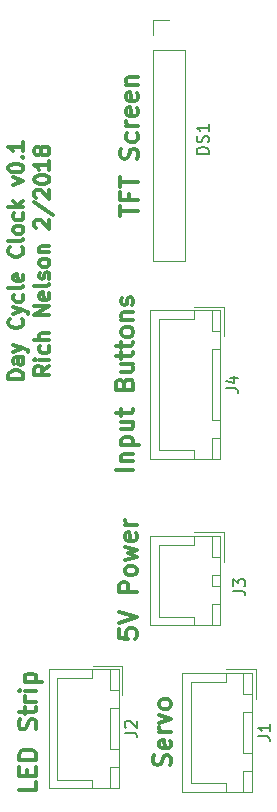
<source format=gto>
G04 #@! TF.GenerationSoftware,KiCad,Pcbnew,(2018-01-30 revision 342197bb3)-makepkg*
G04 #@! TF.CreationDate,2018-02-10T00:50:16-05:00*
G04 #@! TF.ProjectId,DayClock Circuit,446179436C6F636B2043697263756974,rev?*
G04 #@! TF.SameCoordinates,Original*
G04 #@! TF.FileFunction,Legend,Top*
G04 #@! TF.FilePolarity,Positive*
%FSLAX46Y46*%
G04 Gerber Fmt 4.6, Leading zero omitted, Abs format (unit mm)*
G04 Created by KiCad (PCBNEW (2018-01-30 revision 342197bb3)-makepkg) date 02/10/18 00:50:16*
%MOMM*%
%LPD*%
G01*
G04 APERTURE LIST*
%ADD10C,0.300000*%
%ADD11C,0.120000*%
%ADD12C,0.150000*%
G04 APERTURE END LIST*
D10*
X2572023Y-31678571D02*
X1302023Y-31678571D01*
X1302023Y-31376190D01*
X1362499Y-31194761D01*
X1483452Y-31073809D01*
X1604404Y-31013333D01*
X1846309Y-30952857D01*
X2027738Y-30952857D01*
X2269642Y-31013333D01*
X2390595Y-31073809D01*
X2511547Y-31194761D01*
X2572023Y-31376190D01*
X2572023Y-31678571D01*
X2572023Y-29864285D02*
X1906785Y-29864285D01*
X1785833Y-29924761D01*
X1725357Y-30045714D01*
X1725357Y-30287619D01*
X1785833Y-30408571D01*
X2511547Y-29864285D02*
X2572023Y-29985238D01*
X2572023Y-30287619D01*
X2511547Y-30408571D01*
X2390595Y-30469047D01*
X2269642Y-30469047D01*
X2148690Y-30408571D01*
X2088214Y-30287619D01*
X2088214Y-29985238D01*
X2027738Y-29864285D01*
X1725357Y-29380476D02*
X2572023Y-29078095D01*
X1725357Y-28775714D02*
X2572023Y-29078095D01*
X2874404Y-29199047D01*
X2934880Y-29259523D01*
X2995357Y-29380476D01*
X2451071Y-26598571D02*
X2511547Y-26659047D01*
X2572023Y-26840476D01*
X2572023Y-26961428D01*
X2511547Y-27142857D01*
X2390595Y-27263809D01*
X2269642Y-27324285D01*
X2027738Y-27384761D01*
X1846309Y-27384761D01*
X1604404Y-27324285D01*
X1483452Y-27263809D01*
X1362499Y-27142857D01*
X1302023Y-26961428D01*
X1302023Y-26840476D01*
X1362499Y-26659047D01*
X1422976Y-26598571D01*
X1725357Y-26175238D02*
X2572023Y-25872857D01*
X1725357Y-25570476D02*
X2572023Y-25872857D01*
X2874404Y-25993809D01*
X2934880Y-26054285D01*
X2995357Y-26175238D01*
X2511547Y-24542380D02*
X2572023Y-24663333D01*
X2572023Y-24905238D01*
X2511547Y-25026190D01*
X2451071Y-25086666D01*
X2330119Y-25147142D01*
X1967261Y-25147142D01*
X1846309Y-25086666D01*
X1785833Y-25026190D01*
X1725357Y-24905238D01*
X1725357Y-24663333D01*
X1785833Y-24542380D01*
X2572023Y-23816666D02*
X2511547Y-23937619D01*
X2390595Y-23998095D01*
X1302023Y-23998095D01*
X2511547Y-22849047D02*
X2572023Y-22970000D01*
X2572023Y-23211904D01*
X2511547Y-23332857D01*
X2390595Y-23393333D01*
X1906785Y-23393333D01*
X1785833Y-23332857D01*
X1725357Y-23211904D01*
X1725357Y-22970000D01*
X1785833Y-22849047D01*
X1906785Y-22788571D01*
X2027738Y-22788571D01*
X2148690Y-23393333D01*
X2451071Y-20550952D02*
X2511547Y-20611428D01*
X2572023Y-20792857D01*
X2572023Y-20913809D01*
X2511547Y-21095238D01*
X2390595Y-21216190D01*
X2269642Y-21276666D01*
X2027738Y-21337142D01*
X1846309Y-21337142D01*
X1604404Y-21276666D01*
X1483452Y-21216190D01*
X1362500Y-21095238D01*
X1302023Y-20913809D01*
X1302023Y-20792857D01*
X1362500Y-20611428D01*
X1422976Y-20550952D01*
X2572023Y-19825238D02*
X2511547Y-19946190D01*
X2390595Y-20006666D01*
X1302023Y-20006666D01*
X2572023Y-19160000D02*
X2511547Y-19280952D01*
X2451071Y-19341428D01*
X2330119Y-19401904D01*
X1967261Y-19401904D01*
X1846309Y-19341428D01*
X1785833Y-19280952D01*
X1725357Y-19160000D01*
X1725357Y-18978571D01*
X1785833Y-18857619D01*
X1846309Y-18797142D01*
X1967261Y-18736666D01*
X2330119Y-18736666D01*
X2451071Y-18797142D01*
X2511547Y-18857619D01*
X2572023Y-18978571D01*
X2572023Y-19160000D01*
X2511547Y-17648095D02*
X2572023Y-17769047D01*
X2572023Y-18010952D01*
X2511547Y-18131904D01*
X2451071Y-18192380D01*
X2330119Y-18252857D01*
X1967261Y-18252857D01*
X1846309Y-18192380D01*
X1785833Y-18131904D01*
X1725357Y-18010952D01*
X1725357Y-17769047D01*
X1785833Y-17648095D01*
X2572023Y-17103809D02*
X1302023Y-17103809D01*
X2088214Y-16982857D02*
X2572023Y-16620000D01*
X1725357Y-16620000D02*
X2209166Y-17103809D01*
X1725357Y-15229047D02*
X2572023Y-14926666D01*
X1725357Y-14624285D01*
X1302023Y-13898571D02*
X1302023Y-13777619D01*
X1362500Y-13656666D01*
X1422976Y-13596190D01*
X1543928Y-13535714D01*
X1785833Y-13475238D01*
X2088214Y-13475238D01*
X2330119Y-13535714D01*
X2451071Y-13596190D01*
X2511547Y-13656666D01*
X2572023Y-13777619D01*
X2572023Y-13898571D01*
X2511547Y-14019523D01*
X2451071Y-14080000D01*
X2330119Y-14140476D01*
X2088214Y-14200952D01*
X1785833Y-14200952D01*
X1543928Y-14140476D01*
X1422976Y-14080000D01*
X1362500Y-14019523D01*
X1302023Y-13898571D01*
X2451071Y-12930952D02*
X2511547Y-12870476D01*
X2572023Y-12930952D01*
X2511547Y-12991428D01*
X2451071Y-12930952D01*
X2572023Y-12930952D01*
X2572023Y-11660952D02*
X2572023Y-12386666D01*
X2572023Y-12023809D02*
X1302023Y-12023809D01*
X1483452Y-12144761D01*
X1604404Y-12265714D01*
X1664880Y-12386666D01*
X4777023Y-30590000D02*
X4172261Y-31013333D01*
X4777023Y-31315714D02*
X3507023Y-31315714D01*
X3507023Y-30831904D01*
X3567499Y-30710952D01*
X3627976Y-30650476D01*
X3748928Y-30590000D01*
X3930357Y-30590000D01*
X4051309Y-30650476D01*
X4111785Y-30710952D01*
X4172261Y-30831904D01*
X4172261Y-31315714D01*
X4777023Y-30045714D02*
X3930357Y-30045714D01*
X3507023Y-30045714D02*
X3567499Y-30106190D01*
X3627976Y-30045714D01*
X3567499Y-29985238D01*
X3507023Y-30045714D01*
X3627976Y-30045714D01*
X4716547Y-28896666D02*
X4777023Y-29017619D01*
X4777023Y-29259523D01*
X4716547Y-29380476D01*
X4656071Y-29440952D01*
X4535119Y-29501428D01*
X4172261Y-29501428D01*
X4051309Y-29440952D01*
X3990833Y-29380476D01*
X3930357Y-29259523D01*
X3930357Y-29017619D01*
X3990833Y-28896666D01*
X4777023Y-28352380D02*
X3507023Y-28352380D01*
X4777023Y-27808095D02*
X4111785Y-27808095D01*
X3990833Y-27868571D01*
X3930357Y-27989523D01*
X3930357Y-28170952D01*
X3990833Y-28291904D01*
X4051309Y-28352380D01*
X4777023Y-26235714D02*
X3507023Y-26235714D01*
X4777023Y-25510000D01*
X3507023Y-25510000D01*
X4716547Y-24421428D02*
X4777023Y-24542380D01*
X4777023Y-24784285D01*
X4716547Y-24905238D01*
X4595595Y-24965714D01*
X4111785Y-24965714D01*
X3990833Y-24905238D01*
X3930357Y-24784285D01*
X3930357Y-24542380D01*
X3990833Y-24421428D01*
X4111785Y-24360952D01*
X4232738Y-24360952D01*
X4353690Y-24965714D01*
X4777023Y-23635238D02*
X4716547Y-23756190D01*
X4595595Y-23816666D01*
X3507023Y-23816666D01*
X4716547Y-23211904D02*
X4777023Y-23090952D01*
X4777023Y-22849047D01*
X4716547Y-22728095D01*
X4595595Y-22667619D01*
X4535119Y-22667619D01*
X4414166Y-22728095D01*
X4353690Y-22849047D01*
X4353690Y-23030476D01*
X4293214Y-23151428D01*
X4172261Y-23211904D01*
X4111785Y-23211904D01*
X3990833Y-23151428D01*
X3930357Y-23030476D01*
X3930357Y-22849047D01*
X3990833Y-22728095D01*
X4777023Y-21941904D02*
X4716547Y-22062857D01*
X4656071Y-22123333D01*
X4535119Y-22183809D01*
X4172261Y-22183809D01*
X4051309Y-22123333D01*
X3990833Y-22062857D01*
X3930357Y-21941904D01*
X3930357Y-21760476D01*
X3990833Y-21639523D01*
X4051309Y-21579047D01*
X4172261Y-21518571D01*
X4535119Y-21518571D01*
X4656071Y-21579047D01*
X4716547Y-21639523D01*
X4777023Y-21760476D01*
X4777023Y-21941904D01*
X3930357Y-20974285D02*
X4777023Y-20974285D01*
X4051309Y-20974285D02*
X3990833Y-20913809D01*
X3930357Y-20792857D01*
X3930357Y-20611428D01*
X3990833Y-20490476D01*
X4111785Y-20430000D01*
X4777023Y-20430000D01*
X3627976Y-18918095D02*
X3567500Y-18857619D01*
X3507023Y-18736666D01*
X3507023Y-18434285D01*
X3567500Y-18313333D01*
X3627976Y-18252857D01*
X3748928Y-18192380D01*
X3869880Y-18192380D01*
X4051309Y-18252857D01*
X4777023Y-18978571D01*
X4777023Y-18192380D01*
X3446547Y-16740952D02*
X5079404Y-17829523D01*
X3627976Y-16378095D02*
X3567500Y-16317619D01*
X3507023Y-16196666D01*
X3507023Y-15894285D01*
X3567500Y-15773333D01*
X3627976Y-15712857D01*
X3748928Y-15652380D01*
X3869880Y-15652380D01*
X4051309Y-15712857D01*
X4777023Y-16438571D01*
X4777023Y-15652380D01*
X3507023Y-14866190D02*
X3507023Y-14745238D01*
X3567500Y-14624285D01*
X3627976Y-14563809D01*
X3748928Y-14503333D01*
X3990833Y-14442857D01*
X4293214Y-14442857D01*
X4535119Y-14503333D01*
X4656071Y-14563809D01*
X4716547Y-14624285D01*
X4777023Y-14745238D01*
X4777023Y-14866190D01*
X4716547Y-14987142D01*
X4656071Y-15047619D01*
X4535119Y-15108095D01*
X4293214Y-15168571D01*
X3990833Y-15168571D01*
X3748928Y-15108095D01*
X3627976Y-15047619D01*
X3567500Y-14987142D01*
X3507023Y-14866190D01*
X4777023Y-13233333D02*
X4777023Y-13959047D01*
X4777023Y-13596190D02*
X3507023Y-13596190D01*
X3688452Y-13717142D01*
X3809404Y-13838095D01*
X3869880Y-13959047D01*
X4051309Y-12507619D02*
X3990833Y-12628571D01*
X3930357Y-12689047D01*
X3809404Y-12749523D01*
X3748928Y-12749523D01*
X3627976Y-12689047D01*
X3567500Y-12628571D01*
X3507023Y-12507619D01*
X3507023Y-12265714D01*
X3567500Y-12144761D01*
X3627976Y-12084285D01*
X3748928Y-12023809D01*
X3809404Y-12023809D01*
X3930357Y-12084285D01*
X3990833Y-12144761D01*
X4051309Y-12265714D01*
X4051309Y-12507619D01*
X4111785Y-12628571D01*
X4172261Y-12689047D01*
X4293214Y-12749523D01*
X4535119Y-12749523D01*
X4656071Y-12689047D01*
X4716547Y-12628571D01*
X4777023Y-12507619D01*
X4777023Y-12265714D01*
X4716547Y-12144761D01*
X4656071Y-12084285D01*
X4535119Y-12023809D01*
X4293214Y-12023809D01*
X4172261Y-12084285D01*
X4111785Y-12144761D01*
X4051309Y-12265714D01*
X3678571Y-65778571D02*
X3678571Y-66492857D01*
X2178571Y-66492857D01*
X2892857Y-65278571D02*
X2892857Y-64778571D01*
X3678571Y-64564285D02*
X3678571Y-65278571D01*
X2178571Y-65278571D01*
X2178571Y-64564285D01*
X3678571Y-63921428D02*
X2178571Y-63921428D01*
X2178571Y-63564285D01*
X2250000Y-63350000D01*
X2392857Y-63207142D01*
X2535714Y-63135714D01*
X2821428Y-63064285D01*
X3035714Y-63064285D01*
X3321428Y-63135714D01*
X3464285Y-63207142D01*
X3607142Y-63350000D01*
X3678571Y-63564285D01*
X3678571Y-63921428D01*
X3607142Y-61350000D02*
X3678571Y-61135714D01*
X3678571Y-60778571D01*
X3607142Y-60635714D01*
X3535714Y-60564285D01*
X3392857Y-60492857D01*
X3250000Y-60492857D01*
X3107142Y-60564285D01*
X3035714Y-60635714D01*
X2964285Y-60778571D01*
X2892857Y-61064285D01*
X2821428Y-61207142D01*
X2750000Y-61278571D01*
X2607142Y-61350000D01*
X2464285Y-61350000D01*
X2321428Y-61278571D01*
X2250000Y-61207142D01*
X2178571Y-61064285D01*
X2178571Y-60707142D01*
X2250000Y-60492857D01*
X2678571Y-60064285D02*
X2678571Y-59492857D01*
X2178571Y-59850000D02*
X3464285Y-59850000D01*
X3607142Y-59778571D01*
X3678571Y-59635714D01*
X3678571Y-59492857D01*
X3678571Y-58992857D02*
X2678571Y-58992857D01*
X2964285Y-58992857D02*
X2821428Y-58921428D01*
X2750000Y-58850000D01*
X2678571Y-58707142D01*
X2678571Y-58564285D01*
X3678571Y-58064285D02*
X2678571Y-58064285D01*
X2178571Y-58064285D02*
X2250000Y-58135714D01*
X2321428Y-58064285D01*
X2250000Y-57992857D01*
X2178571Y-58064285D01*
X2321428Y-58064285D01*
X2678571Y-57350000D02*
X4178571Y-57350000D01*
X2750000Y-57350000D02*
X2678571Y-57207142D01*
X2678571Y-56921428D01*
X2750000Y-56778571D01*
X2821428Y-56707142D01*
X2964285Y-56635714D01*
X3392857Y-56635714D01*
X3535714Y-56707142D01*
X3607142Y-56778571D01*
X3678571Y-56921428D01*
X3678571Y-57207142D01*
X3607142Y-57350000D01*
X15007142Y-64385714D02*
X15078571Y-64171428D01*
X15078571Y-63814285D01*
X15007142Y-63671428D01*
X14935714Y-63600000D01*
X14792857Y-63528571D01*
X14650000Y-63528571D01*
X14507142Y-63600000D01*
X14435714Y-63671428D01*
X14364285Y-63814285D01*
X14292857Y-64100000D01*
X14221428Y-64242857D01*
X14150000Y-64314285D01*
X14007142Y-64385714D01*
X13864285Y-64385714D01*
X13721428Y-64314285D01*
X13650000Y-64242857D01*
X13578571Y-64100000D01*
X13578571Y-63742857D01*
X13650000Y-63528571D01*
X15007142Y-62314285D02*
X15078571Y-62457142D01*
X15078571Y-62742857D01*
X15007142Y-62885714D01*
X14864285Y-62957142D01*
X14292857Y-62957142D01*
X14150000Y-62885714D01*
X14078571Y-62742857D01*
X14078571Y-62457142D01*
X14150000Y-62314285D01*
X14292857Y-62242857D01*
X14435714Y-62242857D01*
X14578571Y-62957142D01*
X15078571Y-61600000D02*
X14078571Y-61600000D01*
X14364285Y-61600000D02*
X14221428Y-61528571D01*
X14150000Y-61457142D01*
X14078571Y-61314285D01*
X14078571Y-61171428D01*
X14078571Y-60814285D02*
X15078571Y-60457142D01*
X14078571Y-60100000D01*
X15078571Y-59314285D02*
X15007142Y-59457142D01*
X14935714Y-59528571D01*
X14792857Y-59600000D01*
X14364285Y-59600000D01*
X14221428Y-59528571D01*
X14150000Y-59457142D01*
X14078571Y-59314285D01*
X14078571Y-59100000D01*
X14150000Y-58957142D01*
X14221428Y-58885714D01*
X14364285Y-58814285D01*
X14792857Y-58814285D01*
X14935714Y-58885714D01*
X15007142Y-58957142D01*
X15078571Y-59100000D01*
X15078571Y-59314285D01*
X10678571Y-52878571D02*
X10678571Y-53592857D01*
X11392857Y-53664285D01*
X11321428Y-53592857D01*
X11250000Y-53450000D01*
X11250000Y-53092857D01*
X11321428Y-52950000D01*
X11392857Y-52878571D01*
X11535714Y-52807142D01*
X11892857Y-52807142D01*
X12035714Y-52878571D01*
X12107142Y-52950000D01*
X12178571Y-53092857D01*
X12178571Y-53450000D01*
X12107142Y-53592857D01*
X12035714Y-53664285D01*
X10678571Y-52378571D02*
X12178571Y-51878571D01*
X10678571Y-51378571D01*
X12178571Y-49735714D02*
X10678571Y-49735714D01*
X10678571Y-49164285D01*
X10750000Y-49021428D01*
X10821428Y-48950000D01*
X10964285Y-48878571D01*
X11178571Y-48878571D01*
X11321428Y-48950000D01*
X11392857Y-49021428D01*
X11464285Y-49164285D01*
X11464285Y-49735714D01*
X12178571Y-48021428D02*
X12107142Y-48164285D01*
X12035714Y-48235714D01*
X11892857Y-48307142D01*
X11464285Y-48307142D01*
X11321428Y-48235714D01*
X11250000Y-48164285D01*
X11178571Y-48021428D01*
X11178571Y-47807142D01*
X11250000Y-47664285D01*
X11321428Y-47592857D01*
X11464285Y-47521428D01*
X11892857Y-47521428D01*
X12035714Y-47592857D01*
X12107142Y-47664285D01*
X12178571Y-47807142D01*
X12178571Y-48021428D01*
X11178571Y-47021428D02*
X12178571Y-46735714D01*
X11464285Y-46450000D01*
X12178571Y-46164285D01*
X11178571Y-45878571D01*
X12107142Y-44735714D02*
X12178571Y-44878571D01*
X12178571Y-45164285D01*
X12107142Y-45307142D01*
X11964285Y-45378571D01*
X11392857Y-45378571D01*
X11250000Y-45307142D01*
X11178571Y-45164285D01*
X11178571Y-44878571D01*
X11250000Y-44735714D01*
X11392857Y-44664285D01*
X11535714Y-44664285D01*
X11678571Y-45378571D01*
X12178571Y-44021428D02*
X11178571Y-44021428D01*
X11464285Y-44021428D02*
X11321428Y-43950000D01*
X11250000Y-43878571D01*
X11178571Y-43735714D01*
X11178571Y-43592857D01*
X11878571Y-39385714D02*
X10378571Y-39385714D01*
X10878571Y-38671428D02*
X11878571Y-38671428D01*
X11021428Y-38671428D02*
X10950000Y-38600000D01*
X10878571Y-38457142D01*
X10878571Y-38242857D01*
X10950000Y-38100000D01*
X11092857Y-38028571D01*
X11878571Y-38028571D01*
X10878571Y-37314285D02*
X12378571Y-37314285D01*
X10950000Y-37314285D02*
X10878571Y-37171428D01*
X10878571Y-36885714D01*
X10950000Y-36742857D01*
X11021428Y-36671428D01*
X11164285Y-36600000D01*
X11592857Y-36600000D01*
X11735714Y-36671428D01*
X11807142Y-36742857D01*
X11878571Y-36885714D01*
X11878571Y-37171428D01*
X11807142Y-37314285D01*
X10878571Y-35314285D02*
X11878571Y-35314285D01*
X10878571Y-35957142D02*
X11664285Y-35957142D01*
X11807142Y-35885714D01*
X11878571Y-35742857D01*
X11878571Y-35528571D01*
X11807142Y-35385714D01*
X11735714Y-35314285D01*
X10878571Y-34814285D02*
X10878571Y-34242857D01*
X10378571Y-34600000D02*
X11664285Y-34600000D01*
X11807142Y-34528571D01*
X11878571Y-34385714D01*
X11878571Y-34242857D01*
X11092857Y-32100000D02*
X11164285Y-31885714D01*
X11235714Y-31814285D01*
X11378571Y-31742857D01*
X11592857Y-31742857D01*
X11735714Y-31814285D01*
X11807142Y-31885714D01*
X11878571Y-32028571D01*
X11878571Y-32600000D01*
X10378571Y-32600000D01*
X10378571Y-32100000D01*
X10450000Y-31957142D01*
X10521428Y-31885714D01*
X10664285Y-31814285D01*
X10807142Y-31814285D01*
X10950000Y-31885714D01*
X11021428Y-31957142D01*
X11092857Y-32100000D01*
X11092857Y-32600000D01*
X10878571Y-30457142D02*
X11878571Y-30457142D01*
X10878571Y-31100000D02*
X11664285Y-31100000D01*
X11807142Y-31028571D01*
X11878571Y-30885714D01*
X11878571Y-30671428D01*
X11807142Y-30528571D01*
X11735714Y-30457142D01*
X10878571Y-29957142D02*
X10878571Y-29385714D01*
X10378571Y-29742857D02*
X11664285Y-29742857D01*
X11807142Y-29671428D01*
X11878571Y-29528571D01*
X11878571Y-29385714D01*
X10878571Y-29100000D02*
X10878571Y-28528571D01*
X10378571Y-28885714D02*
X11664285Y-28885714D01*
X11807142Y-28814285D01*
X11878571Y-28671428D01*
X11878571Y-28528571D01*
X11878571Y-27814285D02*
X11807142Y-27957142D01*
X11735714Y-28028571D01*
X11592857Y-28100000D01*
X11164285Y-28100000D01*
X11021428Y-28028571D01*
X10950000Y-27957142D01*
X10878571Y-27814285D01*
X10878571Y-27600000D01*
X10950000Y-27457142D01*
X11021428Y-27385714D01*
X11164285Y-27314285D01*
X11592857Y-27314285D01*
X11735714Y-27385714D01*
X11807142Y-27457142D01*
X11878571Y-27600000D01*
X11878571Y-27814285D01*
X10878571Y-26671428D02*
X11878571Y-26671428D01*
X11021428Y-26671428D02*
X10950000Y-26600000D01*
X10878571Y-26457142D01*
X10878571Y-26242857D01*
X10950000Y-26100000D01*
X11092857Y-26028571D01*
X11878571Y-26028571D01*
X11807142Y-25385714D02*
X11878571Y-25242857D01*
X11878571Y-24957142D01*
X11807142Y-24814285D01*
X11664285Y-24742857D01*
X11592857Y-24742857D01*
X11450000Y-24814285D01*
X11378571Y-24957142D01*
X11378571Y-25171428D01*
X11307142Y-25314285D01*
X11164285Y-25385714D01*
X11092857Y-25385714D01*
X10950000Y-25314285D01*
X10878571Y-25171428D01*
X10878571Y-24957142D01*
X10950000Y-24814285D01*
X10778571Y-17900000D02*
X10778571Y-17042857D01*
X12278571Y-17471428D02*
X10778571Y-17471428D01*
X11492857Y-16042857D02*
X11492857Y-16542857D01*
X12278571Y-16542857D02*
X10778571Y-16542857D01*
X10778571Y-15828571D01*
X10778571Y-15471428D02*
X10778571Y-14614285D01*
X12278571Y-15042857D02*
X10778571Y-15042857D01*
X12207142Y-13042857D02*
X12278571Y-12828571D01*
X12278571Y-12471428D01*
X12207142Y-12328571D01*
X12135714Y-12257142D01*
X11992857Y-12185714D01*
X11850000Y-12185714D01*
X11707142Y-12257142D01*
X11635714Y-12328571D01*
X11564285Y-12471428D01*
X11492857Y-12757142D01*
X11421428Y-12900000D01*
X11350000Y-12971428D01*
X11207142Y-13042857D01*
X11064285Y-13042857D01*
X10921428Y-12971428D01*
X10850000Y-12900000D01*
X10778571Y-12757142D01*
X10778571Y-12400000D01*
X10850000Y-12185714D01*
X12207142Y-10900000D02*
X12278571Y-11042857D01*
X12278571Y-11328571D01*
X12207142Y-11471428D01*
X12135714Y-11542857D01*
X11992857Y-11614285D01*
X11564285Y-11614285D01*
X11421428Y-11542857D01*
X11350000Y-11471428D01*
X11278571Y-11328571D01*
X11278571Y-11042857D01*
X11350000Y-10900000D01*
X12278571Y-10257142D02*
X11278571Y-10257142D01*
X11564285Y-10257142D02*
X11421428Y-10185714D01*
X11350000Y-10114285D01*
X11278571Y-9971428D01*
X11278571Y-9828571D01*
X12207142Y-8757142D02*
X12278571Y-8900000D01*
X12278571Y-9185714D01*
X12207142Y-9328571D01*
X12064285Y-9400000D01*
X11492857Y-9400000D01*
X11350000Y-9328571D01*
X11278571Y-9185714D01*
X11278571Y-8900000D01*
X11350000Y-8757142D01*
X11492857Y-8685714D01*
X11635714Y-8685714D01*
X11778571Y-9400000D01*
X12207142Y-7471428D02*
X12278571Y-7614285D01*
X12278571Y-7900000D01*
X12207142Y-8042857D01*
X12064285Y-8114285D01*
X11492857Y-8114285D01*
X11350000Y-8042857D01*
X11278571Y-7900000D01*
X11278571Y-7614285D01*
X11350000Y-7471428D01*
X11492857Y-7400000D01*
X11635714Y-7400000D01*
X11778571Y-8114285D01*
X11278571Y-6757142D02*
X12278571Y-6757142D01*
X11421428Y-6757142D02*
X11350000Y-6685714D01*
X11278571Y-6542857D01*
X11278571Y-6328571D01*
X11350000Y-6185714D01*
X11492857Y-6114285D01*
X12278571Y-6114285D01*
D11*
X22250000Y-56250000D02*
X19750000Y-56250000D01*
X22250000Y-58750000D02*
X22250000Y-56250000D01*
X16750000Y-65900000D02*
X16750000Y-61600000D01*
X19700000Y-65900000D02*
X16750000Y-65900000D01*
X19700000Y-66650000D02*
X19700000Y-65900000D01*
X16750000Y-57300000D02*
X16750000Y-61600000D01*
X19700000Y-57300000D02*
X16750000Y-57300000D01*
X19700000Y-56550000D02*
X19700000Y-57300000D01*
X21950000Y-66650000D02*
X21950000Y-64850000D01*
X21200000Y-66650000D02*
X21950000Y-66650000D01*
X21200000Y-64850000D02*
X21200000Y-66650000D01*
X21950000Y-64850000D02*
X21200000Y-64850000D01*
X21950000Y-58350000D02*
X21950000Y-56550000D01*
X21200000Y-58350000D02*
X21950000Y-58350000D01*
X21200000Y-56550000D02*
X21200000Y-58350000D01*
X21950000Y-56550000D02*
X21200000Y-56550000D01*
X21950000Y-63350000D02*
X21950000Y-59850000D01*
X21200000Y-63350000D02*
X21950000Y-63350000D01*
X21200000Y-59850000D02*
X21200000Y-63350000D01*
X21950000Y-59850000D02*
X21200000Y-59850000D01*
X21950000Y-66650000D02*
X21950000Y-56550000D01*
X16000000Y-66650000D02*
X21950000Y-66650000D01*
X16000000Y-56550000D02*
X16000000Y-66650000D01*
X21950000Y-56550000D02*
X16000000Y-56550000D01*
X10650000Y-56250000D02*
X4700000Y-56250000D01*
X4700000Y-56250000D02*
X4700000Y-66350000D01*
X4700000Y-66350000D02*
X10650000Y-66350000D01*
X10650000Y-66350000D02*
X10650000Y-56250000D01*
X10650000Y-59550000D02*
X9900000Y-59550000D01*
X9900000Y-59550000D02*
X9900000Y-63050000D01*
X9900000Y-63050000D02*
X10650000Y-63050000D01*
X10650000Y-63050000D02*
X10650000Y-59550000D01*
X10650000Y-56250000D02*
X9900000Y-56250000D01*
X9900000Y-56250000D02*
X9900000Y-58050000D01*
X9900000Y-58050000D02*
X10650000Y-58050000D01*
X10650000Y-58050000D02*
X10650000Y-56250000D01*
X10650000Y-64550000D02*
X9900000Y-64550000D01*
X9900000Y-64550000D02*
X9900000Y-66350000D01*
X9900000Y-66350000D02*
X10650000Y-66350000D01*
X10650000Y-66350000D02*
X10650000Y-64550000D01*
X8400000Y-56250000D02*
X8400000Y-57000000D01*
X8400000Y-57000000D02*
X5450000Y-57000000D01*
X5450000Y-57000000D02*
X5450000Y-61300000D01*
X8400000Y-66350000D02*
X8400000Y-65600000D01*
X8400000Y-65600000D02*
X5450000Y-65600000D01*
X5450000Y-65600000D02*
X5450000Y-61300000D01*
X10950000Y-58450000D02*
X10950000Y-55950000D01*
X10950000Y-55950000D02*
X8450000Y-55950000D01*
X19550000Y-44650000D02*
X17050000Y-44650000D01*
X19550000Y-47150000D02*
X19550000Y-44650000D01*
X14050000Y-51800000D02*
X14050000Y-48750000D01*
X17000000Y-51800000D02*
X14050000Y-51800000D01*
X17000000Y-52550000D02*
X17000000Y-51800000D01*
X14050000Y-45700000D02*
X14050000Y-48750000D01*
X17000000Y-45700000D02*
X14050000Y-45700000D01*
X17000000Y-44950000D02*
X17000000Y-45700000D01*
X19250000Y-52550000D02*
X19250000Y-50750000D01*
X18500000Y-52550000D02*
X19250000Y-52550000D01*
X18500000Y-50750000D02*
X18500000Y-52550000D01*
X19250000Y-50750000D02*
X18500000Y-50750000D01*
X19250000Y-46750000D02*
X19250000Y-44950000D01*
X18500000Y-46750000D02*
X19250000Y-46750000D01*
X18500000Y-44950000D02*
X18500000Y-46750000D01*
X19250000Y-44950000D02*
X18500000Y-44950000D01*
X19250000Y-49250000D02*
X19250000Y-48250000D01*
X18500000Y-49250000D02*
X19250000Y-49250000D01*
X18500000Y-48250000D02*
X18500000Y-49250000D01*
X19250000Y-48250000D02*
X18500000Y-48250000D01*
X19250000Y-52550000D02*
X19250000Y-44950000D01*
X13300000Y-52550000D02*
X19250000Y-52550000D01*
X13300000Y-44950000D02*
X13300000Y-52550000D01*
X19250000Y-44950000D02*
X13300000Y-44950000D01*
X19550000Y-25550000D02*
X17050000Y-25550000D01*
X19550000Y-28050000D02*
X19550000Y-25550000D01*
X14050000Y-37700000D02*
X14050000Y-32150000D01*
X17000000Y-37700000D02*
X14050000Y-37700000D01*
X17000000Y-38450000D02*
X17000000Y-37700000D01*
X14050000Y-26600000D02*
X14050000Y-32150000D01*
X17000000Y-26600000D02*
X14050000Y-26600000D01*
X17000000Y-25850000D02*
X17000000Y-26600000D01*
X19250000Y-38450000D02*
X19250000Y-36650000D01*
X18500000Y-38450000D02*
X19250000Y-38450000D01*
X18500000Y-36650000D02*
X18500000Y-38450000D01*
X19250000Y-36650000D02*
X18500000Y-36650000D01*
X19250000Y-27650000D02*
X19250000Y-25850000D01*
X18500000Y-27650000D02*
X19250000Y-27650000D01*
X18500000Y-25850000D02*
X18500000Y-27650000D01*
X19250000Y-25850000D02*
X18500000Y-25850000D01*
X19250000Y-35150000D02*
X19250000Y-29150000D01*
X18500000Y-35150000D02*
X19250000Y-35150000D01*
X18500000Y-29150000D02*
X18500000Y-35150000D01*
X19250000Y-29150000D02*
X18500000Y-29150000D01*
X19250000Y-38450000D02*
X19250000Y-25850000D01*
X13300000Y-38450000D02*
X19250000Y-38450000D01*
X13300000Y-25850000D02*
X13300000Y-38450000D01*
X19250000Y-25850000D02*
X13300000Y-25850000D01*
X13570000Y-1270000D02*
X14900000Y-1270000D01*
X13570000Y-2600000D02*
X13570000Y-1270000D01*
X16230000Y-3870000D02*
X13570000Y-3870000D01*
X16230000Y-21710000D02*
X16230000Y-3870000D01*
X13570000Y-21710000D02*
X16230000Y-21710000D01*
X13570000Y-3870000D02*
X13570000Y-21710000D01*
D12*
X22452380Y-61933333D02*
X23166666Y-61933333D01*
X23309523Y-61980952D01*
X23404761Y-62076190D01*
X23452380Y-62219047D01*
X23452380Y-62314285D01*
X23452380Y-60933333D02*
X23452380Y-61504761D01*
X23452380Y-61219047D02*
X22452380Y-61219047D01*
X22595238Y-61314285D01*
X22690476Y-61409523D01*
X22738095Y-61504761D01*
X11152380Y-61633333D02*
X11866666Y-61633333D01*
X12009523Y-61680952D01*
X12104761Y-61776190D01*
X12152380Y-61919047D01*
X12152380Y-62014285D01*
X11247619Y-61204761D02*
X11200000Y-61157142D01*
X11152380Y-61061904D01*
X11152380Y-60823809D01*
X11200000Y-60728571D01*
X11247619Y-60680952D01*
X11342857Y-60633333D01*
X11438095Y-60633333D01*
X11580952Y-60680952D01*
X12152380Y-61252380D01*
X12152380Y-60633333D01*
X20352380Y-49633333D02*
X21066666Y-49633333D01*
X21209523Y-49680952D01*
X21304761Y-49776190D01*
X21352380Y-49919047D01*
X21352380Y-50014285D01*
X20352380Y-49252380D02*
X20352380Y-48633333D01*
X20733333Y-48966666D01*
X20733333Y-48823809D01*
X20780952Y-48728571D01*
X20828571Y-48680952D01*
X20923809Y-48633333D01*
X21161904Y-48633333D01*
X21257142Y-48680952D01*
X21304761Y-48728571D01*
X21352380Y-48823809D01*
X21352380Y-49109523D01*
X21304761Y-49204761D01*
X21257142Y-49252380D01*
X19752380Y-32483333D02*
X20466666Y-32483333D01*
X20609523Y-32530952D01*
X20704761Y-32626190D01*
X20752380Y-32769047D01*
X20752380Y-32864285D01*
X20085714Y-31578571D02*
X20752380Y-31578571D01*
X19704761Y-31816666D02*
X20419047Y-32054761D01*
X20419047Y-31435714D01*
X18252380Y-12614285D02*
X17252380Y-12614285D01*
X17252380Y-12376190D01*
X17300000Y-12233333D01*
X17395238Y-12138095D01*
X17490476Y-12090476D01*
X17680952Y-12042857D01*
X17823809Y-12042857D01*
X18014285Y-12090476D01*
X18109523Y-12138095D01*
X18204761Y-12233333D01*
X18252380Y-12376190D01*
X18252380Y-12614285D01*
X18204761Y-11661904D02*
X18252380Y-11519047D01*
X18252380Y-11280952D01*
X18204761Y-11185714D01*
X18157142Y-11138095D01*
X18061904Y-11090476D01*
X17966666Y-11090476D01*
X17871428Y-11138095D01*
X17823809Y-11185714D01*
X17776190Y-11280952D01*
X17728571Y-11471428D01*
X17680952Y-11566666D01*
X17633333Y-11614285D01*
X17538095Y-11661904D01*
X17442857Y-11661904D01*
X17347619Y-11614285D01*
X17300000Y-11566666D01*
X17252380Y-11471428D01*
X17252380Y-11233333D01*
X17300000Y-11090476D01*
X18252380Y-10138095D02*
X18252380Y-10709523D01*
X18252380Y-10423809D02*
X17252380Y-10423809D01*
X17395238Y-10519047D01*
X17490476Y-10614285D01*
X17538095Y-10709523D01*
M02*

</source>
